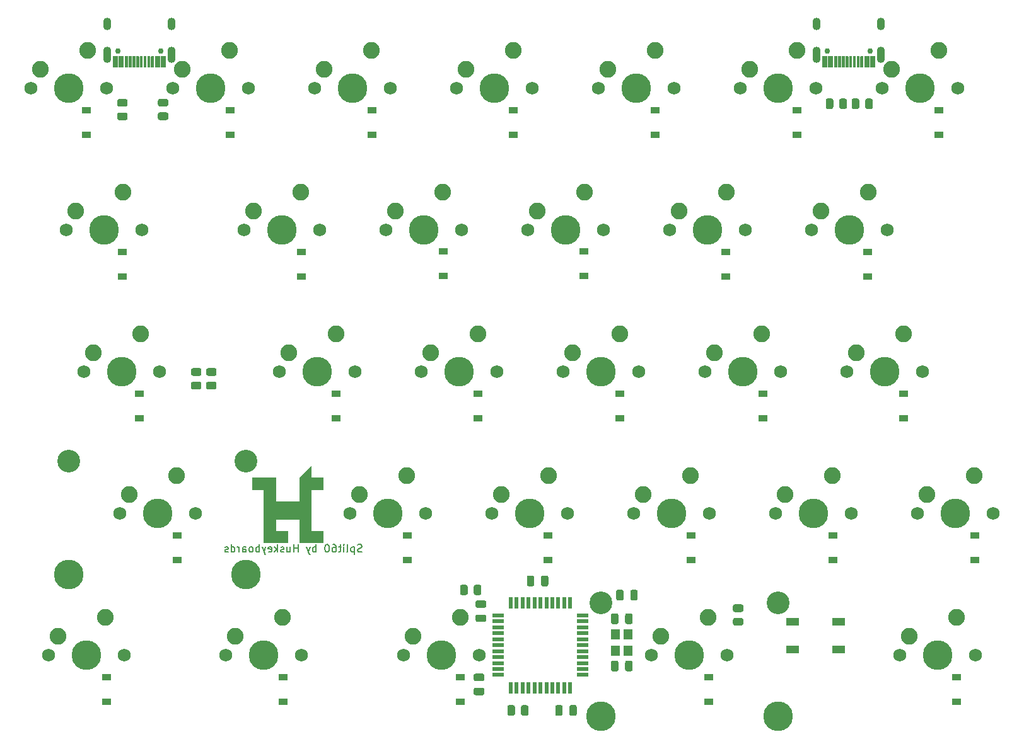
<source format=gbr>
%TF.GenerationSoftware,KiCad,Pcbnew,(5.1.10-1-10_14)*%
%TF.CreationDate,2022-06-17T20:08:22+09:00*%
%TF.ProjectId,pcb-left,7063622d-6c65-4667-942e-6b696361645f,rev?*%
%TF.SameCoordinates,Original*%
%TF.FileFunction,Soldermask,Bot*%
%TF.FilePolarity,Negative*%
%FSLAX46Y46*%
G04 Gerber Fmt 4.6, Leading zero omitted, Abs format (unit mm)*
G04 Created by KiCad (PCBNEW (5.1.10-1-10_14)) date 2022-06-17 20:08:22*
%MOMM*%
%LPD*%
G01*
G04 APERTURE LIST*
%ADD10C,0.150000*%
%ADD11C,0.100000*%
%ADD12C,2.250000*%
%ADD13C,3.987800*%
%ADD14C,1.750000*%
%ADD15C,3.048000*%
%ADD16R,1.200000X1.400000*%
%ADD17C,0.750000*%
%ADD18O,1.100000X2.200000*%
%ADD19O,1.100000X1.700000*%
%ADD20R,1.500000X0.550000*%
%ADD21R,0.550000X1.500000*%
%ADD22R,1.800000X1.100000*%
%ADD23R,1.200000X0.900000*%
G04 APERTURE END LIST*
D10*
X81421726Y-107561011D02*
X81278869Y-107608630D01*
X81040773Y-107608630D01*
X80945535Y-107561011D01*
X80897916Y-107513392D01*
X80850297Y-107418154D01*
X80850297Y-107322916D01*
X80897916Y-107227678D01*
X80945535Y-107180059D01*
X81040773Y-107132440D01*
X81231250Y-107084821D01*
X81326488Y-107037202D01*
X81374107Y-106989583D01*
X81421726Y-106894345D01*
X81421726Y-106799107D01*
X81374107Y-106703869D01*
X81326488Y-106656250D01*
X81231250Y-106608630D01*
X80993154Y-106608630D01*
X80850297Y-106656250D01*
X80421726Y-106941964D02*
X80421726Y-107941964D01*
X80421726Y-106989583D02*
X80326488Y-106941964D01*
X80136011Y-106941964D01*
X80040773Y-106989583D01*
X79993154Y-107037202D01*
X79945535Y-107132440D01*
X79945535Y-107418154D01*
X79993154Y-107513392D01*
X80040773Y-107561011D01*
X80136011Y-107608630D01*
X80326488Y-107608630D01*
X80421726Y-107561011D01*
X79374107Y-107608630D02*
X79469345Y-107561011D01*
X79516964Y-107465773D01*
X79516964Y-106608630D01*
X78993154Y-107608630D02*
X78993154Y-106941964D01*
X78993154Y-106608630D02*
X79040773Y-106656250D01*
X78993154Y-106703869D01*
X78945535Y-106656250D01*
X78993154Y-106608630D01*
X78993154Y-106703869D01*
X78659821Y-106941964D02*
X78278869Y-106941964D01*
X78516964Y-106608630D02*
X78516964Y-107465773D01*
X78469345Y-107561011D01*
X78374107Y-107608630D01*
X78278869Y-107608630D01*
X77516964Y-106608630D02*
X77707440Y-106608630D01*
X77802678Y-106656250D01*
X77850297Y-106703869D01*
X77945535Y-106846726D01*
X77993154Y-107037202D01*
X77993154Y-107418154D01*
X77945535Y-107513392D01*
X77897916Y-107561011D01*
X77802678Y-107608630D01*
X77612202Y-107608630D01*
X77516964Y-107561011D01*
X77469345Y-107513392D01*
X77421726Y-107418154D01*
X77421726Y-107180059D01*
X77469345Y-107084821D01*
X77516964Y-107037202D01*
X77612202Y-106989583D01*
X77802678Y-106989583D01*
X77897916Y-107037202D01*
X77945535Y-107084821D01*
X77993154Y-107180059D01*
X76802678Y-106608630D02*
X76707440Y-106608630D01*
X76612202Y-106656250D01*
X76564583Y-106703869D01*
X76516964Y-106799107D01*
X76469345Y-106989583D01*
X76469345Y-107227678D01*
X76516964Y-107418154D01*
X76564583Y-107513392D01*
X76612202Y-107561011D01*
X76707440Y-107608630D01*
X76802678Y-107608630D01*
X76897916Y-107561011D01*
X76945535Y-107513392D01*
X76993154Y-107418154D01*
X77040773Y-107227678D01*
X77040773Y-106989583D01*
X76993154Y-106799107D01*
X76945535Y-106703869D01*
X76897916Y-106656250D01*
X76802678Y-106608630D01*
X75278869Y-107608630D02*
X75278869Y-106608630D01*
X75278869Y-106989583D02*
X75183630Y-106941964D01*
X74993154Y-106941964D01*
X74897916Y-106989583D01*
X74850297Y-107037202D01*
X74802678Y-107132440D01*
X74802678Y-107418154D01*
X74850297Y-107513392D01*
X74897916Y-107561011D01*
X74993154Y-107608630D01*
X75183630Y-107608630D01*
X75278869Y-107561011D01*
X74469345Y-106941964D02*
X74231250Y-107608630D01*
X73993154Y-106941964D02*
X74231250Y-107608630D01*
X74326488Y-107846726D01*
X74374107Y-107894345D01*
X74469345Y-107941964D01*
X72850297Y-107608630D02*
X72850297Y-106608630D01*
X72850297Y-107084821D02*
X72278869Y-107084821D01*
X72278869Y-107608630D02*
X72278869Y-106608630D01*
X71374107Y-106941964D02*
X71374107Y-107608630D01*
X71802678Y-106941964D02*
X71802678Y-107465773D01*
X71755059Y-107561011D01*
X71659821Y-107608630D01*
X71516964Y-107608630D01*
X71421726Y-107561011D01*
X71374107Y-107513392D01*
X70945535Y-107561011D02*
X70850297Y-107608630D01*
X70659821Y-107608630D01*
X70564583Y-107561011D01*
X70516964Y-107465773D01*
X70516964Y-107418154D01*
X70564583Y-107322916D01*
X70659821Y-107275297D01*
X70802678Y-107275297D01*
X70897916Y-107227678D01*
X70945535Y-107132440D01*
X70945535Y-107084821D01*
X70897916Y-106989583D01*
X70802678Y-106941964D01*
X70659821Y-106941964D01*
X70564583Y-106989583D01*
X70088392Y-107608630D02*
X70088392Y-106608630D01*
X69993154Y-107227678D02*
X69707440Y-107608630D01*
X69707440Y-106941964D02*
X70088392Y-107322916D01*
X68897916Y-107561011D02*
X68993154Y-107608630D01*
X69183630Y-107608630D01*
X69278869Y-107561011D01*
X69326488Y-107465773D01*
X69326488Y-107084821D01*
X69278869Y-106989583D01*
X69183630Y-106941964D01*
X68993154Y-106941964D01*
X68897916Y-106989583D01*
X68850297Y-107084821D01*
X68850297Y-107180059D01*
X69326488Y-107275297D01*
X68516964Y-106941964D02*
X68278869Y-107608630D01*
X68040773Y-106941964D02*
X68278869Y-107608630D01*
X68374107Y-107846726D01*
X68421726Y-107894345D01*
X68516964Y-107941964D01*
X67659821Y-107608630D02*
X67659821Y-106608630D01*
X67659821Y-106989583D02*
X67564583Y-106941964D01*
X67374107Y-106941964D01*
X67278869Y-106989583D01*
X67231250Y-107037202D01*
X67183630Y-107132440D01*
X67183630Y-107418154D01*
X67231250Y-107513392D01*
X67278869Y-107561011D01*
X67374107Y-107608630D01*
X67564583Y-107608630D01*
X67659821Y-107561011D01*
X66612202Y-107608630D02*
X66707440Y-107561011D01*
X66755059Y-107513392D01*
X66802678Y-107418154D01*
X66802678Y-107132440D01*
X66755059Y-107037202D01*
X66707440Y-106989583D01*
X66612202Y-106941964D01*
X66469345Y-106941964D01*
X66374107Y-106989583D01*
X66326488Y-107037202D01*
X66278869Y-107132440D01*
X66278869Y-107418154D01*
X66326488Y-107513392D01*
X66374107Y-107561011D01*
X66469345Y-107608630D01*
X66612202Y-107608630D01*
X65421726Y-107608630D02*
X65421726Y-107084821D01*
X65469345Y-106989583D01*
X65564583Y-106941964D01*
X65755059Y-106941964D01*
X65850297Y-106989583D01*
X65421726Y-107561011D02*
X65516964Y-107608630D01*
X65755059Y-107608630D01*
X65850297Y-107561011D01*
X65897916Y-107465773D01*
X65897916Y-107370535D01*
X65850297Y-107275297D01*
X65755059Y-107227678D01*
X65516964Y-107227678D01*
X65421726Y-107180059D01*
X64945535Y-107608630D02*
X64945535Y-106941964D01*
X64945535Y-107132440D02*
X64897916Y-107037202D01*
X64850297Y-106989583D01*
X64755059Y-106941964D01*
X64659821Y-106941964D01*
X63897916Y-107608630D02*
X63897916Y-106608630D01*
X63897916Y-107561011D02*
X63993154Y-107608630D01*
X64183630Y-107608630D01*
X64278869Y-107561011D01*
X64326488Y-107513392D01*
X64374107Y-107418154D01*
X64374107Y-107132440D01*
X64326488Y-107037202D01*
X64278869Y-106989583D01*
X64183630Y-106941964D01*
X63993154Y-106941964D01*
X63897916Y-106989583D01*
X63469345Y-107561011D02*
X63374107Y-107608630D01*
X63183630Y-107608630D01*
X63088392Y-107561011D01*
X63040773Y-107465773D01*
X63040773Y-107418154D01*
X63088392Y-107322916D01*
X63183630Y-107275297D01*
X63326488Y-107275297D01*
X63421726Y-107227678D01*
X63469345Y-107132440D01*
X63469345Y-107084821D01*
X63421726Y-106989583D01*
X63326488Y-106941964D01*
X63183630Y-106941964D01*
X63088392Y-106989583D01*
D11*
G36*
X74612500Y-97631250D02*
G01*
X76200000Y-97631250D01*
X76200000Y-99218750D01*
X74612500Y-99218750D01*
X74612500Y-104775000D01*
X76200000Y-104775000D01*
X76200000Y-106362500D01*
X73025000Y-106362500D01*
X73025000Y-103187500D01*
X69850000Y-103187500D01*
X69850000Y-104775000D01*
X71437500Y-104775000D01*
X71437500Y-106362500D01*
X68262500Y-106362500D01*
X68262500Y-99218750D01*
X66675000Y-99218750D01*
X66675000Y-97631250D01*
X69850000Y-97631250D01*
X69850000Y-100806250D01*
X73025000Y-100806250D01*
X73025000Y-97631250D01*
X74612500Y-96043750D01*
X74612500Y-97631250D01*
G37*
X74612500Y-97631250D02*
X76200000Y-97631250D01*
X76200000Y-99218750D01*
X74612500Y-99218750D01*
X74612500Y-104775000D01*
X76200000Y-104775000D01*
X76200000Y-106362500D01*
X73025000Y-106362500D01*
X73025000Y-103187500D01*
X69850000Y-103187500D01*
X69850000Y-104775000D01*
X71437500Y-104775000D01*
X71437500Y-106362500D01*
X68262500Y-106362500D01*
X68262500Y-99218750D01*
X66675000Y-99218750D01*
X66675000Y-97631250D01*
X69850000Y-97631250D01*
X69850000Y-100806250D01*
X73025000Y-100806250D01*
X73025000Y-97631250D01*
X74612500Y-96043750D01*
X74612500Y-97631250D01*
D12*
%TO.C,MX19*%
X125571250Y-97313750D03*
D13*
X123031250Y-102393750D03*
D12*
X119221250Y-99853750D03*
D14*
X117951250Y-102393750D03*
X128111250Y-102393750D03*
%TD*%
%TO.C,R9*%
G36*
G01*
X96443750Y-113162501D02*
X96443750Y-112262499D01*
G75*
G02*
X96693749Y-112012500I249999J0D01*
G01*
X97218751Y-112012500D01*
G75*
G02*
X97468750Y-112262499I0J-249999D01*
G01*
X97468750Y-113162501D01*
G75*
G02*
X97218751Y-113412500I-249999J0D01*
G01*
X96693749Y-113412500D01*
G75*
G02*
X96443750Y-113162501I0J249999D01*
G01*
G37*
G36*
G01*
X94618750Y-113162501D02*
X94618750Y-112262499D01*
G75*
G02*
X94868749Y-112012500I249999J0D01*
G01*
X95393751Y-112012500D01*
G75*
G02*
X95643750Y-112262499I0J-249999D01*
G01*
X95643750Y-113162501D01*
G75*
G02*
X95393751Y-113412500I-249999J0D01*
G01*
X94868749Y-113412500D01*
G75*
G02*
X94618750Y-113162501I0J249999D01*
G01*
G37*
%TD*%
D12*
%TO.C,MX28*%
X154146250Y-78263750D03*
D13*
X151606250Y-83343750D03*
D12*
X147796250Y-80803750D03*
D14*
X146526250Y-83343750D03*
X156686250Y-83343750D03*
%TD*%
D12*
%TO.C,MX27*%
X149383750Y-59213750D03*
D13*
X146843750Y-64293750D03*
D12*
X143033750Y-61753750D03*
D14*
X141763750Y-64293750D03*
X151923750Y-64293750D03*
%TD*%
D12*
%TO.C,MX30*%
X158908750Y-40163750D03*
D13*
X156368750Y-45243750D03*
D12*
X152558750Y-42703750D03*
D14*
X151288750Y-45243750D03*
X161448750Y-45243750D03*
%TD*%
D12*
%TO.C,MX20*%
X127952500Y-116363750D03*
D13*
X125412500Y-121443750D03*
D12*
X121602500Y-118903750D03*
D14*
X120332500Y-121443750D03*
X130492500Y-121443750D03*
D15*
X113506250Y-114458750D03*
X137318750Y-114458750D03*
D13*
X113506250Y-129698750D03*
X137318750Y-129698750D03*
%TD*%
D12*
%TO.C,MX15*%
X94615000Y-116363750D03*
D13*
X92075000Y-121443750D03*
D12*
X88265000Y-118903750D03*
D14*
X86995000Y-121443750D03*
X97155000Y-121443750D03*
%TD*%
D12*
%TO.C,MX21*%
X120808750Y-40163750D03*
D13*
X118268750Y-45243750D03*
D12*
X114458750Y-42703750D03*
D14*
X113188750Y-45243750D03*
X123348750Y-45243750D03*
%TD*%
D16*
%TO.C,Y1*%
X117182000Y-120861000D03*
X117182000Y-118661000D03*
X115482000Y-118661000D03*
X115482000Y-120861000D03*
%TD*%
%TO.C,USB2*%
G36*
G01*
X149687000Y-42456000D02*
X149687000Y-41006000D01*
G75*
G02*
X149737000Y-40956000I50000J0D01*
G01*
X150337000Y-40956000D01*
G75*
G02*
X150387000Y-41006000I0J-50000D01*
G01*
X150387000Y-42456000D01*
G75*
G02*
X150337000Y-42506000I-50000J0D01*
G01*
X149737000Y-42506000D01*
G75*
G02*
X149687000Y-42456000I0J50000D01*
G01*
G37*
G36*
G01*
X143237000Y-42456000D02*
X143237000Y-41006000D01*
G75*
G02*
X143287000Y-40956000I50000J0D01*
G01*
X143887000Y-40956000D01*
G75*
G02*
X143937000Y-41006000I0J-50000D01*
G01*
X143937000Y-42456000D01*
G75*
G02*
X143887000Y-42506000I-50000J0D01*
G01*
X143287000Y-42506000D01*
G75*
G02*
X143237000Y-42456000I0J50000D01*
G01*
G37*
G36*
G01*
X148912000Y-42456000D02*
X148912000Y-41006000D01*
G75*
G02*
X148962000Y-40956000I50000J0D01*
G01*
X149562000Y-40956000D01*
G75*
G02*
X149612000Y-41006000I0J-50000D01*
G01*
X149612000Y-42456000D01*
G75*
G02*
X149562000Y-42506000I-50000J0D01*
G01*
X148962000Y-42506000D01*
G75*
G02*
X148912000Y-42456000I0J50000D01*
G01*
G37*
G36*
G01*
X144012000Y-42456000D02*
X144012000Y-41006000D01*
G75*
G02*
X144062000Y-40956000I50000J0D01*
G01*
X144662000Y-40956000D01*
G75*
G02*
X144712000Y-41006000I0J-50000D01*
G01*
X144712000Y-42456000D01*
G75*
G02*
X144662000Y-42506000I-50000J0D01*
G01*
X144062000Y-42506000D01*
G75*
G02*
X144012000Y-42456000I0J50000D01*
G01*
G37*
G36*
G01*
X144862000Y-42456000D02*
X144862000Y-41006000D01*
G75*
G02*
X144912000Y-40956000I50000J0D01*
G01*
X145212000Y-40956000D01*
G75*
G02*
X145262000Y-41006000I0J-50000D01*
G01*
X145262000Y-42456000D01*
G75*
G02*
X145212000Y-42506000I-50000J0D01*
G01*
X144912000Y-42506000D01*
G75*
G02*
X144862000Y-42456000I0J50000D01*
G01*
G37*
G36*
G01*
X148362000Y-42456000D02*
X148362000Y-41006000D01*
G75*
G02*
X148412000Y-40956000I50000J0D01*
G01*
X148712000Y-40956000D01*
G75*
G02*
X148762000Y-41006000I0J-50000D01*
G01*
X148762000Y-42456000D01*
G75*
G02*
X148712000Y-42506000I-50000J0D01*
G01*
X148412000Y-42506000D01*
G75*
G02*
X148362000Y-42456000I0J50000D01*
G01*
G37*
G36*
G01*
X145362000Y-42456000D02*
X145362000Y-41006000D01*
G75*
G02*
X145412000Y-40956000I50000J0D01*
G01*
X145712000Y-40956000D01*
G75*
G02*
X145762000Y-41006000I0J-50000D01*
G01*
X145762000Y-42456000D01*
G75*
G02*
X145712000Y-42506000I-50000J0D01*
G01*
X145412000Y-42506000D01*
G75*
G02*
X145362000Y-42456000I0J50000D01*
G01*
G37*
G36*
G01*
X147862000Y-42456000D02*
X147862000Y-41006000D01*
G75*
G02*
X147912000Y-40956000I50000J0D01*
G01*
X148212000Y-40956000D01*
G75*
G02*
X148262000Y-41006000I0J-50000D01*
G01*
X148262000Y-42456000D01*
G75*
G02*
X148212000Y-42506000I-50000J0D01*
G01*
X147912000Y-42506000D01*
G75*
G02*
X147862000Y-42456000I0J50000D01*
G01*
G37*
G36*
G01*
X145862000Y-42456000D02*
X145862000Y-41006000D01*
G75*
G02*
X145912000Y-40956000I50000J0D01*
G01*
X146212000Y-40956000D01*
G75*
G02*
X146262000Y-41006000I0J-50000D01*
G01*
X146262000Y-42456000D01*
G75*
G02*
X146212000Y-42506000I-50000J0D01*
G01*
X145912000Y-42506000D01*
G75*
G02*
X145862000Y-42456000I0J50000D01*
G01*
G37*
G36*
G01*
X147362000Y-42456000D02*
X147362000Y-41006000D01*
G75*
G02*
X147412000Y-40956000I50000J0D01*
G01*
X147712000Y-40956000D01*
G75*
G02*
X147762000Y-41006000I0J-50000D01*
G01*
X147762000Y-42456000D01*
G75*
G02*
X147712000Y-42506000I-50000J0D01*
G01*
X147412000Y-42506000D01*
G75*
G02*
X147362000Y-42456000I0J50000D01*
G01*
G37*
G36*
G01*
X146862000Y-42456000D02*
X146862000Y-41006000D01*
G75*
G02*
X146912000Y-40956000I50000J0D01*
G01*
X147212000Y-40956000D01*
G75*
G02*
X147262000Y-41006000I0J-50000D01*
G01*
X147262000Y-42456000D01*
G75*
G02*
X147212000Y-42506000I-50000J0D01*
G01*
X146912000Y-42506000D01*
G75*
G02*
X146862000Y-42456000I0J50000D01*
G01*
G37*
G36*
G01*
X146362000Y-42456000D02*
X146362000Y-41006000D01*
G75*
G02*
X146412000Y-40956000I50000J0D01*
G01*
X146712000Y-40956000D01*
G75*
G02*
X146762000Y-41006000I0J-50000D01*
G01*
X146762000Y-42456000D01*
G75*
G02*
X146712000Y-42506000I-50000J0D01*
G01*
X146412000Y-42506000D01*
G75*
G02*
X146362000Y-42456000I0J50000D01*
G01*
G37*
D17*
X149702000Y-40286000D03*
X143922000Y-40286000D03*
D18*
X142492000Y-40816000D03*
X151132000Y-40816000D03*
D19*
X142492000Y-36636000D03*
X151132000Y-36636000D03*
%TD*%
%TO.C,USB1*%
G36*
G01*
X54437000Y-42456000D02*
X54437000Y-41006000D01*
G75*
G02*
X54487000Y-40956000I50000J0D01*
G01*
X55087000Y-40956000D01*
G75*
G02*
X55137000Y-41006000I0J-50000D01*
G01*
X55137000Y-42456000D01*
G75*
G02*
X55087000Y-42506000I-50000J0D01*
G01*
X54487000Y-42506000D01*
G75*
G02*
X54437000Y-42456000I0J50000D01*
G01*
G37*
G36*
G01*
X47987000Y-42456000D02*
X47987000Y-41006000D01*
G75*
G02*
X48037000Y-40956000I50000J0D01*
G01*
X48637000Y-40956000D01*
G75*
G02*
X48687000Y-41006000I0J-50000D01*
G01*
X48687000Y-42456000D01*
G75*
G02*
X48637000Y-42506000I-50000J0D01*
G01*
X48037000Y-42506000D01*
G75*
G02*
X47987000Y-42456000I0J50000D01*
G01*
G37*
G36*
G01*
X53662000Y-42456000D02*
X53662000Y-41006000D01*
G75*
G02*
X53712000Y-40956000I50000J0D01*
G01*
X54312000Y-40956000D01*
G75*
G02*
X54362000Y-41006000I0J-50000D01*
G01*
X54362000Y-42456000D01*
G75*
G02*
X54312000Y-42506000I-50000J0D01*
G01*
X53712000Y-42506000D01*
G75*
G02*
X53662000Y-42456000I0J50000D01*
G01*
G37*
G36*
G01*
X48762000Y-42456000D02*
X48762000Y-41006000D01*
G75*
G02*
X48812000Y-40956000I50000J0D01*
G01*
X49412000Y-40956000D01*
G75*
G02*
X49462000Y-41006000I0J-50000D01*
G01*
X49462000Y-42456000D01*
G75*
G02*
X49412000Y-42506000I-50000J0D01*
G01*
X48812000Y-42506000D01*
G75*
G02*
X48762000Y-42456000I0J50000D01*
G01*
G37*
G36*
G01*
X49612000Y-42456000D02*
X49612000Y-41006000D01*
G75*
G02*
X49662000Y-40956000I50000J0D01*
G01*
X49962000Y-40956000D01*
G75*
G02*
X50012000Y-41006000I0J-50000D01*
G01*
X50012000Y-42456000D01*
G75*
G02*
X49962000Y-42506000I-50000J0D01*
G01*
X49662000Y-42506000D01*
G75*
G02*
X49612000Y-42456000I0J50000D01*
G01*
G37*
G36*
G01*
X53112000Y-42456000D02*
X53112000Y-41006000D01*
G75*
G02*
X53162000Y-40956000I50000J0D01*
G01*
X53462000Y-40956000D01*
G75*
G02*
X53512000Y-41006000I0J-50000D01*
G01*
X53512000Y-42456000D01*
G75*
G02*
X53462000Y-42506000I-50000J0D01*
G01*
X53162000Y-42506000D01*
G75*
G02*
X53112000Y-42456000I0J50000D01*
G01*
G37*
G36*
G01*
X50112000Y-42456000D02*
X50112000Y-41006000D01*
G75*
G02*
X50162000Y-40956000I50000J0D01*
G01*
X50462000Y-40956000D01*
G75*
G02*
X50512000Y-41006000I0J-50000D01*
G01*
X50512000Y-42456000D01*
G75*
G02*
X50462000Y-42506000I-50000J0D01*
G01*
X50162000Y-42506000D01*
G75*
G02*
X50112000Y-42456000I0J50000D01*
G01*
G37*
G36*
G01*
X52612000Y-42456000D02*
X52612000Y-41006000D01*
G75*
G02*
X52662000Y-40956000I50000J0D01*
G01*
X52962000Y-40956000D01*
G75*
G02*
X53012000Y-41006000I0J-50000D01*
G01*
X53012000Y-42456000D01*
G75*
G02*
X52962000Y-42506000I-50000J0D01*
G01*
X52662000Y-42506000D01*
G75*
G02*
X52612000Y-42456000I0J50000D01*
G01*
G37*
G36*
G01*
X50612000Y-42456000D02*
X50612000Y-41006000D01*
G75*
G02*
X50662000Y-40956000I50000J0D01*
G01*
X50962000Y-40956000D01*
G75*
G02*
X51012000Y-41006000I0J-50000D01*
G01*
X51012000Y-42456000D01*
G75*
G02*
X50962000Y-42506000I-50000J0D01*
G01*
X50662000Y-42506000D01*
G75*
G02*
X50612000Y-42456000I0J50000D01*
G01*
G37*
G36*
G01*
X52112000Y-42456000D02*
X52112000Y-41006000D01*
G75*
G02*
X52162000Y-40956000I50000J0D01*
G01*
X52462000Y-40956000D01*
G75*
G02*
X52512000Y-41006000I0J-50000D01*
G01*
X52512000Y-42456000D01*
G75*
G02*
X52462000Y-42506000I-50000J0D01*
G01*
X52162000Y-42506000D01*
G75*
G02*
X52112000Y-42456000I0J50000D01*
G01*
G37*
G36*
G01*
X51612000Y-42456000D02*
X51612000Y-41006000D01*
G75*
G02*
X51662000Y-40956000I50000J0D01*
G01*
X51962000Y-40956000D01*
G75*
G02*
X52012000Y-41006000I0J-50000D01*
G01*
X52012000Y-42456000D01*
G75*
G02*
X51962000Y-42506000I-50000J0D01*
G01*
X51662000Y-42506000D01*
G75*
G02*
X51612000Y-42456000I0J50000D01*
G01*
G37*
G36*
G01*
X51112000Y-42456000D02*
X51112000Y-41006000D01*
G75*
G02*
X51162000Y-40956000I50000J0D01*
G01*
X51462000Y-40956000D01*
G75*
G02*
X51512000Y-41006000I0J-50000D01*
G01*
X51512000Y-42456000D01*
G75*
G02*
X51462000Y-42506000I-50000J0D01*
G01*
X51162000Y-42506000D01*
G75*
G02*
X51112000Y-42456000I0J50000D01*
G01*
G37*
D17*
X54452000Y-40286000D03*
X48672000Y-40286000D03*
D18*
X47242000Y-40816000D03*
X55882000Y-40816000D03*
D19*
X47242000Y-36636000D03*
X55882000Y-36636000D03*
%TD*%
D20*
%TO.C,U1*%
X99710000Y-116142000D03*
X99710000Y-116942000D03*
X99710000Y-117742000D03*
X99710000Y-118542000D03*
X99710000Y-119342000D03*
X99710000Y-120142000D03*
X99710000Y-120942000D03*
X99710000Y-121742000D03*
X99710000Y-122542000D03*
X99710000Y-123342000D03*
X99710000Y-124142000D03*
D21*
X101410000Y-125842000D03*
X102210000Y-125842000D03*
X103010000Y-125842000D03*
X103810000Y-125842000D03*
X104610000Y-125842000D03*
X105410000Y-125842000D03*
X106210000Y-125842000D03*
X107010000Y-125842000D03*
X107810000Y-125842000D03*
X108610000Y-125842000D03*
X109410000Y-125842000D03*
D20*
X111110000Y-124142000D03*
X111110000Y-123342000D03*
X111110000Y-122542000D03*
X111110000Y-121742000D03*
X111110000Y-120942000D03*
X111110000Y-120142000D03*
X111110000Y-119342000D03*
X111110000Y-118542000D03*
X111110000Y-117742000D03*
X111110000Y-116942000D03*
X111110000Y-116142000D03*
D21*
X109410000Y-114442000D03*
X108610000Y-114442000D03*
X107810000Y-114442000D03*
X107010000Y-114442000D03*
X106210000Y-114442000D03*
X105410000Y-114442000D03*
X104610000Y-114442000D03*
X103810000Y-114442000D03*
X103010000Y-114442000D03*
X102210000Y-114442000D03*
X101410000Y-114442000D03*
%TD*%
D22*
%TO.C,SW1*%
X145467000Y-120722000D03*
X139267000Y-117022000D03*
X145467000Y-117022000D03*
X139267000Y-120722000D03*
%TD*%
%TO.C,R8*%
G36*
G01*
X101985500Y-128454999D02*
X101985500Y-129355001D01*
G75*
G02*
X101735501Y-129605000I-249999J0D01*
G01*
X101210499Y-129605000D01*
G75*
G02*
X100960500Y-129355001I0J249999D01*
G01*
X100960500Y-128454999D01*
G75*
G02*
X101210499Y-128205000I249999J0D01*
G01*
X101735501Y-128205000D01*
G75*
G02*
X101985500Y-128454999I0J-249999D01*
G01*
G37*
G36*
G01*
X103810500Y-128454999D02*
X103810500Y-129355001D01*
G75*
G02*
X103560501Y-129605000I-249999J0D01*
G01*
X103035499Y-129605000D01*
G75*
G02*
X102785500Y-129355001I0J249999D01*
G01*
X102785500Y-128454999D01*
G75*
G02*
X103035499Y-128205000I249999J0D01*
G01*
X103560501Y-128205000D01*
G75*
G02*
X103810500Y-128454999I0J-249999D01*
G01*
G37*
%TD*%
%TO.C,R7*%
G36*
G01*
X131502999Y-116478000D02*
X132403001Y-116478000D01*
G75*
G02*
X132653000Y-116727999I0J-249999D01*
G01*
X132653000Y-117253001D01*
G75*
G02*
X132403001Y-117503000I-249999J0D01*
G01*
X131502999Y-117503000D01*
G75*
G02*
X131253000Y-117253001I0J249999D01*
G01*
X131253000Y-116727999D01*
G75*
G02*
X131502999Y-116478000I249999J0D01*
G01*
G37*
G36*
G01*
X131502999Y-114653000D02*
X132403001Y-114653000D01*
G75*
G02*
X132653000Y-114902999I0J-249999D01*
G01*
X132653000Y-115428001D01*
G75*
G02*
X132403001Y-115678000I-249999J0D01*
G01*
X131502999Y-115678000D01*
G75*
G02*
X131253000Y-115428001I0J249999D01*
G01*
X131253000Y-114902999D01*
G75*
G02*
X131502999Y-114653000I249999J0D01*
G01*
G37*
%TD*%
%TO.C,R6*%
G36*
G01*
X61664001Y-83928000D02*
X60763999Y-83928000D01*
G75*
G02*
X60514000Y-83678001I0J249999D01*
G01*
X60514000Y-83152999D01*
G75*
G02*
X60763999Y-82903000I249999J0D01*
G01*
X61664001Y-82903000D01*
G75*
G02*
X61914000Y-83152999I0J-249999D01*
G01*
X61914000Y-83678001D01*
G75*
G02*
X61664001Y-83928000I-249999J0D01*
G01*
G37*
G36*
G01*
X61664001Y-85753000D02*
X60763999Y-85753000D01*
G75*
G02*
X60514000Y-85503001I0J249999D01*
G01*
X60514000Y-84977999D01*
G75*
G02*
X60763999Y-84728000I249999J0D01*
G01*
X61664001Y-84728000D01*
G75*
G02*
X61914000Y-84977999I0J-249999D01*
G01*
X61914000Y-85503001D01*
G75*
G02*
X61664001Y-85753000I-249999J0D01*
G01*
G37*
%TD*%
%TO.C,R5*%
G36*
G01*
X59632001Y-83928000D02*
X58731999Y-83928000D01*
G75*
G02*
X58482000Y-83678001I0J249999D01*
G01*
X58482000Y-83152999D01*
G75*
G02*
X58731999Y-82903000I249999J0D01*
G01*
X59632001Y-82903000D01*
G75*
G02*
X59882000Y-83152999I0J-249999D01*
G01*
X59882000Y-83678001D01*
G75*
G02*
X59632001Y-83928000I-249999J0D01*
G01*
G37*
G36*
G01*
X59632001Y-85753000D02*
X58731999Y-85753000D01*
G75*
G02*
X58482000Y-85503001I0J249999D01*
G01*
X58482000Y-84977999D01*
G75*
G02*
X58731999Y-84728000I249999J0D01*
G01*
X59632001Y-84728000D01*
G75*
G02*
X59882000Y-84977999I0J-249999D01*
G01*
X59882000Y-85503001D01*
G75*
G02*
X59632001Y-85753000I-249999J0D01*
G01*
G37*
%TD*%
%TO.C,R4*%
G36*
G01*
X149013500Y-47821001D02*
X149013500Y-46920999D01*
G75*
G02*
X149263499Y-46671000I249999J0D01*
G01*
X149788501Y-46671000D01*
G75*
G02*
X150038500Y-46920999I0J-249999D01*
G01*
X150038500Y-47821001D01*
G75*
G02*
X149788501Y-48071000I-249999J0D01*
G01*
X149263499Y-48071000D01*
G75*
G02*
X149013500Y-47821001I0J249999D01*
G01*
G37*
G36*
G01*
X147188500Y-47821001D02*
X147188500Y-46920999D01*
G75*
G02*
X147438499Y-46671000I249999J0D01*
G01*
X147963501Y-46671000D01*
G75*
G02*
X148213500Y-46920999I0J-249999D01*
G01*
X148213500Y-47821001D01*
G75*
G02*
X147963501Y-48071000I-249999J0D01*
G01*
X147438499Y-48071000D01*
G75*
G02*
X147188500Y-47821001I0J249999D01*
G01*
G37*
%TD*%
%TO.C,R3*%
G36*
G01*
X144737500Y-46920999D02*
X144737500Y-47821001D01*
G75*
G02*
X144487501Y-48071000I-249999J0D01*
G01*
X143962499Y-48071000D01*
G75*
G02*
X143712500Y-47821001I0J249999D01*
G01*
X143712500Y-46920999D01*
G75*
G02*
X143962499Y-46671000I249999J0D01*
G01*
X144487501Y-46671000D01*
G75*
G02*
X144737500Y-46920999I0J-249999D01*
G01*
G37*
G36*
G01*
X146562500Y-46920999D02*
X146562500Y-47821001D01*
G75*
G02*
X146312501Y-48071000I-249999J0D01*
G01*
X145787499Y-48071000D01*
G75*
G02*
X145537500Y-47821001I0J249999D01*
G01*
X145537500Y-46920999D01*
G75*
G02*
X145787499Y-46671000I249999J0D01*
G01*
X146312501Y-46671000D01*
G75*
G02*
X146562500Y-46920999I0J-249999D01*
G01*
G37*
%TD*%
%TO.C,R2*%
G36*
G01*
X55187001Y-47733000D02*
X54286999Y-47733000D01*
G75*
G02*
X54037000Y-47483001I0J249999D01*
G01*
X54037000Y-46957999D01*
G75*
G02*
X54286999Y-46708000I249999J0D01*
G01*
X55187001Y-46708000D01*
G75*
G02*
X55437000Y-46957999I0J-249999D01*
G01*
X55437000Y-47483001D01*
G75*
G02*
X55187001Y-47733000I-249999J0D01*
G01*
G37*
G36*
G01*
X55187001Y-49558000D02*
X54286999Y-49558000D01*
G75*
G02*
X54037000Y-49308001I0J249999D01*
G01*
X54037000Y-48782999D01*
G75*
G02*
X54286999Y-48533000I249999J0D01*
G01*
X55187001Y-48533000D01*
G75*
G02*
X55437000Y-48782999I0J-249999D01*
G01*
X55437000Y-49308001D01*
G75*
G02*
X55187001Y-49558000I-249999J0D01*
G01*
G37*
%TD*%
%TO.C,R1*%
G36*
G01*
X49726001Y-47756500D02*
X48825999Y-47756500D01*
G75*
G02*
X48576000Y-47506501I0J249999D01*
G01*
X48576000Y-46981499D01*
G75*
G02*
X48825999Y-46731500I249999J0D01*
G01*
X49726001Y-46731500D01*
G75*
G02*
X49976000Y-46981499I0J-249999D01*
G01*
X49976000Y-47506501D01*
G75*
G02*
X49726001Y-47756500I-249999J0D01*
G01*
G37*
G36*
G01*
X49726001Y-49581500D02*
X48825999Y-49581500D01*
G75*
G02*
X48576000Y-49331501I0J249999D01*
G01*
X48576000Y-48806499D01*
G75*
G02*
X48825999Y-48556500I249999J0D01*
G01*
X49726001Y-48556500D01*
G75*
G02*
X49976000Y-48806499I0J-249999D01*
G01*
X49976000Y-49331501D01*
G75*
G02*
X49726001Y-49581500I-249999J0D01*
G01*
G37*
%TD*%
D12*
%TO.C,MX29*%
X163671250Y-97313750D03*
D13*
X161131250Y-102393750D03*
D12*
X157321250Y-99853750D03*
D14*
X156051250Y-102393750D03*
X166211250Y-102393750D03*
%TD*%
D12*
%TO.C,MX26*%
X139858750Y-40163750D03*
D13*
X137318750Y-45243750D03*
D12*
X133508750Y-42703750D03*
D14*
X132238750Y-45243750D03*
X142398750Y-45243750D03*
%TD*%
D12*
%TO.C,MX25*%
X161290000Y-116363750D03*
D13*
X158750000Y-121443750D03*
D12*
X154940000Y-118903750D03*
D14*
X153670000Y-121443750D03*
X163830000Y-121443750D03*
%TD*%
D12*
%TO.C,MX24*%
X144621250Y-97313750D03*
D13*
X142081250Y-102393750D03*
D12*
X138271250Y-99853750D03*
D14*
X137001250Y-102393750D03*
X147161250Y-102393750D03*
%TD*%
D12*
%TO.C,MX23*%
X135096250Y-78263750D03*
D13*
X132556250Y-83343750D03*
D12*
X128746250Y-80803750D03*
D14*
X127476250Y-83343750D03*
X137636250Y-83343750D03*
%TD*%
D12*
%TO.C,MX22*%
X130333750Y-59213750D03*
D13*
X127793750Y-64293750D03*
D12*
X123983750Y-61753750D03*
D14*
X122713750Y-64293750D03*
X132873750Y-64293750D03*
%TD*%
D12*
%TO.C,MX18*%
X116046250Y-78263750D03*
D13*
X113506250Y-83343750D03*
D12*
X109696250Y-80803750D03*
D14*
X108426250Y-83343750D03*
X118586250Y-83343750D03*
%TD*%
D12*
%TO.C,MX17*%
X111283750Y-59213750D03*
D13*
X108743750Y-64293750D03*
D12*
X104933750Y-61753750D03*
D14*
X103663750Y-64293750D03*
X113823750Y-64293750D03*
%TD*%
D12*
%TO.C,MX16*%
X101758750Y-40163750D03*
D13*
X99218750Y-45243750D03*
D12*
X95408750Y-42703750D03*
D14*
X94138750Y-45243750D03*
X104298750Y-45243750D03*
%TD*%
D12*
%TO.C,MX14*%
X106521250Y-97313750D03*
D13*
X103981250Y-102393750D03*
D12*
X100171250Y-99853750D03*
D14*
X98901250Y-102393750D03*
X109061250Y-102393750D03*
%TD*%
D12*
%TO.C,MX13*%
X96996250Y-78263750D03*
D13*
X94456250Y-83343750D03*
D12*
X90646250Y-80803750D03*
D14*
X89376250Y-83343750D03*
X99536250Y-83343750D03*
%TD*%
D12*
%TO.C,MX12*%
X92233750Y-59213750D03*
D13*
X89693750Y-64293750D03*
D12*
X85883750Y-61753750D03*
D14*
X84613750Y-64293750D03*
X94773750Y-64293750D03*
%TD*%
D12*
%TO.C,MX11*%
X82708750Y-40163750D03*
D13*
X80168750Y-45243750D03*
D12*
X76358750Y-42703750D03*
D14*
X75088750Y-45243750D03*
X85248750Y-45243750D03*
%TD*%
D12*
%TO.C,MX10*%
X70802500Y-116363750D03*
D13*
X68262500Y-121443750D03*
D12*
X64452500Y-118903750D03*
D14*
X63182500Y-121443750D03*
X73342500Y-121443750D03*
%TD*%
D12*
%TO.C,MX9*%
X87471250Y-97313750D03*
D13*
X84931250Y-102393750D03*
D12*
X81121250Y-99853750D03*
D14*
X79851250Y-102393750D03*
X90011250Y-102393750D03*
%TD*%
D12*
%TO.C,MX8*%
X77946250Y-78263750D03*
D13*
X75406250Y-83343750D03*
D12*
X71596250Y-80803750D03*
D14*
X70326250Y-83343750D03*
X80486250Y-83343750D03*
%TD*%
D12*
%TO.C,MX7*%
X73183750Y-59213750D03*
D13*
X70643750Y-64293750D03*
D12*
X66833750Y-61753750D03*
D14*
X65563750Y-64293750D03*
X75723750Y-64293750D03*
%TD*%
D12*
%TO.C,MX6*%
X63658750Y-40163750D03*
D13*
X61118750Y-45243750D03*
D12*
X57308750Y-42703750D03*
D14*
X56038750Y-45243750D03*
X66198750Y-45243750D03*
%TD*%
D12*
%TO.C,MX5*%
X46990000Y-116363750D03*
D13*
X44450000Y-121443750D03*
D12*
X40640000Y-118903750D03*
D14*
X39370000Y-121443750D03*
X49530000Y-121443750D03*
%TD*%
D12*
%TO.C,MX4*%
X56515000Y-97313750D03*
D13*
X53975000Y-102393750D03*
D12*
X50165000Y-99853750D03*
D14*
X48895000Y-102393750D03*
X59055000Y-102393750D03*
D15*
X42068750Y-95408750D03*
X65881250Y-95408750D03*
D13*
X42068750Y-110648750D03*
X65881250Y-110648750D03*
%TD*%
D12*
%TO.C,MX3*%
X51752500Y-78263750D03*
D13*
X49212500Y-83343750D03*
D12*
X45402500Y-80803750D03*
D14*
X44132500Y-83343750D03*
X54292500Y-83343750D03*
%TD*%
D12*
%TO.C,MX2*%
X49371250Y-59213750D03*
D13*
X46831250Y-64293750D03*
D12*
X43021250Y-61753750D03*
D14*
X41751250Y-64293750D03*
X51911250Y-64293750D03*
%TD*%
D12*
%TO.C,MX1*%
X44608750Y-40163750D03*
D13*
X42068750Y-45243750D03*
D12*
X38258750Y-42703750D03*
D14*
X36988750Y-45243750D03*
X47148750Y-45243750D03*
%TD*%
D23*
%TO.C,D30*%
X158877000Y-48261000D03*
X158877000Y-51561000D03*
%TD*%
%TO.C,D29*%
X163703000Y-105411000D03*
X163703000Y-108711000D03*
%TD*%
%TO.C,D28*%
X154178000Y-86361000D03*
X154178000Y-89661000D03*
%TD*%
%TO.C,D27*%
X149352000Y-67311000D03*
X149352000Y-70611000D03*
%TD*%
%TO.C,D26*%
X139827000Y-48261000D03*
X139827000Y-51561000D03*
%TD*%
%TO.C,D25*%
X161290000Y-124461000D03*
X161290000Y-127761000D03*
%TD*%
%TO.C,D24*%
X144653000Y-105411000D03*
X144653000Y-108711000D03*
%TD*%
%TO.C,D23*%
X135255000Y-86361000D03*
X135255000Y-89661000D03*
%TD*%
%TO.C,D22*%
X130302000Y-67311000D03*
X130302000Y-70611000D03*
%TD*%
%TO.C,D21*%
X120777000Y-48261000D03*
X120777000Y-51561000D03*
%TD*%
%TO.C,D20*%
X128016000Y-124461000D03*
X128016000Y-127761000D03*
%TD*%
%TO.C,D19*%
X125603000Y-105411000D03*
X125603000Y-108711000D03*
%TD*%
%TO.C,D18*%
X116078000Y-86361000D03*
X116078000Y-89661000D03*
%TD*%
%TO.C,D17*%
X111252000Y-67184000D03*
X111252000Y-70484000D03*
%TD*%
%TO.C,D16*%
X101727000Y-48261000D03*
X101727000Y-51561000D03*
%TD*%
%TO.C,D15*%
X94615000Y-124461000D03*
X94615000Y-127761000D03*
%TD*%
%TO.C,D14*%
X106426000Y-105411000D03*
X106426000Y-108711000D03*
%TD*%
%TO.C,D13*%
X97028000Y-86361000D03*
X97028000Y-89661000D03*
%TD*%
%TO.C,D12*%
X92329000Y-67184000D03*
X92329000Y-70484000D03*
%TD*%
%TO.C,D11*%
X82804000Y-48261000D03*
X82804000Y-51561000D03*
%TD*%
%TO.C,D10*%
X70866000Y-124461000D03*
X70866000Y-127761000D03*
%TD*%
%TO.C,D9*%
X87503000Y-105411000D03*
X87503000Y-108711000D03*
%TD*%
%TO.C,D8*%
X77978000Y-86361000D03*
X77978000Y-89661000D03*
%TD*%
%TO.C,D7*%
X73279000Y-67311000D03*
X73279000Y-70611000D03*
%TD*%
%TO.C,D6*%
X63754000Y-48261000D03*
X63754000Y-51561000D03*
%TD*%
%TO.C,D5*%
X47117000Y-124461000D03*
X47117000Y-127761000D03*
%TD*%
%TO.C,D4*%
X56642000Y-105411000D03*
X56642000Y-108711000D03*
%TD*%
%TO.C,D3*%
X51562000Y-86361000D03*
X51562000Y-89661000D03*
%TD*%
%TO.C,D2*%
X49276000Y-67311000D03*
X49276000Y-70611000D03*
%TD*%
%TO.C,D1*%
X44450000Y-48261000D03*
X44450000Y-51561000D03*
%TD*%
%TO.C,C7*%
G36*
G01*
X104579000Y-111031000D02*
X104579000Y-111981000D01*
G75*
G02*
X104329000Y-112231000I-250000J0D01*
G01*
X103829000Y-112231000D01*
G75*
G02*
X103579000Y-111981000I0J250000D01*
G01*
X103579000Y-111031000D01*
G75*
G02*
X103829000Y-110781000I250000J0D01*
G01*
X104329000Y-110781000D01*
G75*
G02*
X104579000Y-111031000I0J-250000D01*
G01*
G37*
G36*
G01*
X106479000Y-111031000D02*
X106479000Y-111981000D01*
G75*
G02*
X106229000Y-112231000I-250000J0D01*
G01*
X105729000Y-112231000D01*
G75*
G02*
X105479000Y-111981000I0J250000D01*
G01*
X105479000Y-111031000D01*
G75*
G02*
X105729000Y-110781000I250000J0D01*
G01*
X106229000Y-110781000D01*
G75*
G02*
X106479000Y-111031000I0J-250000D01*
G01*
G37*
%TD*%
%TO.C,C6*%
G36*
G01*
X115882000Y-116111000D02*
X115882000Y-117061000D01*
G75*
G02*
X115632000Y-117311000I-250000J0D01*
G01*
X115132000Y-117311000D01*
G75*
G02*
X114882000Y-117061000I0J250000D01*
G01*
X114882000Y-116111000D01*
G75*
G02*
X115132000Y-115861000I250000J0D01*
G01*
X115632000Y-115861000D01*
G75*
G02*
X115882000Y-116111000I0J-250000D01*
G01*
G37*
G36*
G01*
X117782000Y-116111000D02*
X117782000Y-117061000D01*
G75*
G02*
X117532000Y-117311000I-250000J0D01*
G01*
X117032000Y-117311000D01*
G75*
G02*
X116782000Y-117061000I0J250000D01*
G01*
X116782000Y-116111000D01*
G75*
G02*
X117032000Y-115861000I250000J0D01*
G01*
X117532000Y-115861000D01*
G75*
G02*
X117782000Y-116111000I0J-250000D01*
G01*
G37*
%TD*%
%TO.C,C5*%
G36*
G01*
X116782000Y-123411000D02*
X116782000Y-122461000D01*
G75*
G02*
X117032000Y-122211000I250000J0D01*
G01*
X117532000Y-122211000D01*
G75*
G02*
X117782000Y-122461000I0J-250000D01*
G01*
X117782000Y-123411000D01*
G75*
G02*
X117532000Y-123661000I-250000J0D01*
G01*
X117032000Y-123661000D01*
G75*
G02*
X116782000Y-123411000I0J250000D01*
G01*
G37*
G36*
G01*
X114882000Y-123411000D02*
X114882000Y-122461000D01*
G75*
G02*
X115132000Y-122211000I250000J0D01*
G01*
X115632000Y-122211000D01*
G75*
G02*
X115882000Y-122461000I0J-250000D01*
G01*
X115882000Y-123411000D01*
G75*
G02*
X115632000Y-123661000I-250000J0D01*
G01*
X115132000Y-123661000D01*
G75*
G02*
X114882000Y-123411000I0J250000D01*
G01*
G37*
%TD*%
%TO.C,C4*%
G36*
G01*
X117478000Y-113886000D02*
X117478000Y-112936000D01*
G75*
G02*
X117728000Y-112686000I250000J0D01*
G01*
X118228000Y-112686000D01*
G75*
G02*
X118478000Y-112936000I0J-250000D01*
G01*
X118478000Y-113886000D01*
G75*
G02*
X118228000Y-114136000I-250000J0D01*
G01*
X117728000Y-114136000D01*
G75*
G02*
X117478000Y-113886000I0J250000D01*
G01*
G37*
G36*
G01*
X115578000Y-113886000D02*
X115578000Y-112936000D01*
G75*
G02*
X115828000Y-112686000I250000J0D01*
G01*
X116328000Y-112686000D01*
G75*
G02*
X116578000Y-112936000I0J-250000D01*
G01*
X116578000Y-113886000D01*
G75*
G02*
X116328000Y-114136000I-250000J0D01*
G01*
X115828000Y-114136000D01*
G75*
G02*
X115578000Y-113886000I0J250000D01*
G01*
G37*
%TD*%
%TO.C,C3*%
G36*
G01*
X97630000Y-124962500D02*
X96680000Y-124962500D01*
G75*
G02*
X96430000Y-124712500I0J250000D01*
G01*
X96430000Y-124212500D01*
G75*
G02*
X96680000Y-123962500I250000J0D01*
G01*
X97630000Y-123962500D01*
G75*
G02*
X97880000Y-124212500I0J-250000D01*
G01*
X97880000Y-124712500D01*
G75*
G02*
X97630000Y-124962500I-250000J0D01*
G01*
G37*
G36*
G01*
X97630000Y-126862500D02*
X96680000Y-126862500D01*
G75*
G02*
X96430000Y-126612500I0J250000D01*
G01*
X96430000Y-126112500D01*
G75*
G02*
X96680000Y-125862500I250000J0D01*
G01*
X97630000Y-125862500D01*
G75*
G02*
X97880000Y-126112500I0J-250000D01*
G01*
X97880000Y-126612500D01*
G75*
G02*
X97630000Y-126862500I-250000J0D01*
G01*
G37*
%TD*%
%TO.C,C2*%
G36*
G01*
X96934000Y-116020000D02*
X97884000Y-116020000D01*
G75*
G02*
X98134000Y-116270000I0J-250000D01*
G01*
X98134000Y-116770000D01*
G75*
G02*
X97884000Y-117020000I-250000J0D01*
G01*
X96934000Y-117020000D01*
G75*
G02*
X96684000Y-116770000I0J250000D01*
G01*
X96684000Y-116270000D01*
G75*
G02*
X96934000Y-116020000I250000J0D01*
G01*
G37*
G36*
G01*
X96934000Y-114120000D02*
X97884000Y-114120000D01*
G75*
G02*
X98134000Y-114370000I0J-250000D01*
G01*
X98134000Y-114870000D01*
G75*
G02*
X97884000Y-115120000I-250000J0D01*
G01*
X96934000Y-115120000D01*
G75*
G02*
X96684000Y-114870000I0J250000D01*
G01*
X96684000Y-114370000D01*
G75*
G02*
X96934000Y-114120000I250000J0D01*
G01*
G37*
%TD*%
%TO.C,C1*%
G36*
G01*
X109289000Y-129380000D02*
X109289000Y-128430000D01*
G75*
G02*
X109539000Y-128180000I250000J0D01*
G01*
X110039000Y-128180000D01*
G75*
G02*
X110289000Y-128430000I0J-250000D01*
G01*
X110289000Y-129380000D01*
G75*
G02*
X110039000Y-129630000I-250000J0D01*
G01*
X109539000Y-129630000D01*
G75*
G02*
X109289000Y-129380000I0J250000D01*
G01*
G37*
G36*
G01*
X107389000Y-129380000D02*
X107389000Y-128430000D01*
G75*
G02*
X107639000Y-128180000I250000J0D01*
G01*
X108139000Y-128180000D01*
G75*
G02*
X108389000Y-128430000I0J-250000D01*
G01*
X108389000Y-129380000D01*
G75*
G02*
X108139000Y-129630000I-250000J0D01*
G01*
X107639000Y-129630000D01*
G75*
G02*
X107389000Y-129380000I0J250000D01*
G01*
G37*
%TD*%
M02*

</source>
